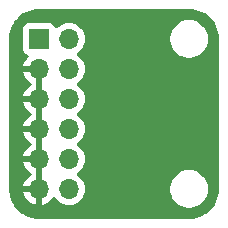
<source format=gbr>
%TF.GenerationSoftware,KiCad,Pcbnew,8.0.6-1.fc39*%
%TF.CreationDate,2024-10-31T14:54:44-07:00*%
%TF.ProjectId,IIS3DWB_eval,49495333-4457-4425-9f65-76616c2e6b69,rev?*%
%TF.SameCoordinates,Original*%
%TF.FileFunction,Copper,L2,Bot*%
%TF.FilePolarity,Positive*%
%FSLAX46Y46*%
G04 Gerber Fmt 4.6, Leading zero omitted, Abs format (unit mm)*
G04 Created by KiCad (PCBNEW 8.0.6-1.fc39) date 2024-10-31 14:54:44*
%MOMM*%
%LPD*%
G01*
G04 APERTURE LIST*
%TA.AperFunction,ComponentPad*%
%ADD10R,1.700000X1.700000*%
%TD*%
%TA.AperFunction,ComponentPad*%
%ADD11O,1.700000X1.700000*%
%TD*%
%TA.AperFunction,ViaPad*%
%ADD12C,0.600000*%
%TD*%
G04 APERTURE END LIST*
D10*
%TO.P,J1,1,Pin_1*%
%TO.N,+3V3*%
X147320000Y-88900000D03*
D11*
%TO.P,J1,2,Pin_2*%
%TO.N,INT1*%
X149860000Y-88900000D03*
%TO.P,J1,3,Pin_3*%
%TO.N,GND*%
X147320000Y-91440000D03*
%TO.P,J1,4,Pin_4*%
%TO.N,INT2*%
X149860000Y-91440000D03*
%TO.P,J1,5,Pin_5*%
%TO.N,GND*%
X147320000Y-93980000D03*
%TO.P,J1,6,Pin_6*%
%TO.N,CS*%
X149860000Y-93980000D03*
%TO.P,J1,7,Pin_7*%
%TO.N,GND*%
X147320000Y-96520000D03*
%TO.P,J1,8,Pin_8*%
%TO.N,SCK*%
X149860000Y-96520000D03*
%TO.P,J1,9,Pin_9*%
%TO.N,GND*%
X147320000Y-99060000D03*
%TO.P,J1,10,Pin_10*%
%TO.N,SDI*%
X149860000Y-99060000D03*
%TO.P,J1,11,Pin_11*%
%TO.N,GND*%
X147320000Y-101600000D03*
%TO.P,J1,12,Pin_12*%
%TO.N,SDO*%
X149860000Y-101600000D03*
%TD*%
D12*
%TO.N,GND*%
X155448000Y-94234000D03*
X153670000Y-97282000D03*
X156210000Y-93599000D03*
X153670000Y-94996000D03*
X156845000Y-93599000D03*
X154305000Y-97282000D03*
X155448000Y-94869000D03*
X153670000Y-95631000D03*
%TD*%
%TA.AperFunction,Conductor*%
%TO.N,GND*%
G36*
X147570000Y-101166988D02*
G01*
X147512993Y-101134075D01*
X147385826Y-101100000D01*
X147254174Y-101100000D01*
X147127007Y-101134075D01*
X147070000Y-101166988D01*
X147070000Y-99493012D01*
X147127007Y-99525925D01*
X147254174Y-99560000D01*
X147385826Y-99560000D01*
X147512993Y-99525925D01*
X147570000Y-99493012D01*
X147570000Y-101166988D01*
G37*
%TD.AperFunction*%
%TA.AperFunction,Conductor*%
G36*
X147570000Y-98626988D02*
G01*
X147512993Y-98594075D01*
X147385826Y-98560000D01*
X147254174Y-98560000D01*
X147127007Y-98594075D01*
X147070000Y-98626988D01*
X147070000Y-96953012D01*
X147127007Y-96985925D01*
X147254174Y-97020000D01*
X147385826Y-97020000D01*
X147512993Y-96985925D01*
X147570000Y-96953012D01*
X147570000Y-98626988D01*
G37*
%TD.AperFunction*%
%TA.AperFunction,Conductor*%
G36*
X147570000Y-96086988D02*
G01*
X147512993Y-96054075D01*
X147385826Y-96020000D01*
X147254174Y-96020000D01*
X147127007Y-96054075D01*
X147070000Y-96086988D01*
X147070000Y-94413012D01*
X147127007Y-94445925D01*
X147254174Y-94480000D01*
X147385826Y-94480000D01*
X147512993Y-94445925D01*
X147570000Y-94413012D01*
X147570000Y-96086988D01*
G37*
%TD.AperFunction*%
%TA.AperFunction,Conductor*%
G36*
X147570000Y-93546988D02*
G01*
X147512993Y-93514075D01*
X147385826Y-93480000D01*
X147254174Y-93480000D01*
X147127007Y-93514075D01*
X147070000Y-93546988D01*
X147070000Y-91873012D01*
X147127007Y-91905925D01*
X147254174Y-91940000D01*
X147385826Y-91940000D01*
X147512993Y-91905925D01*
X147570000Y-91873012D01*
X147570000Y-93546988D01*
G37*
%TD.AperFunction*%
%TA.AperFunction,Conductor*%
G36*
X160023471Y-86352695D02*
G01*
X160057390Y-86354599D01*
X160298286Y-86368128D01*
X160312085Y-86369682D01*
X160580004Y-86415204D01*
X160593561Y-86418298D01*
X160854697Y-86493530D01*
X160867823Y-86498123D01*
X161118891Y-86602119D01*
X161131405Y-86608145D01*
X161317563Y-86711031D01*
X161369256Y-86739601D01*
X161381030Y-86746999D01*
X161602659Y-86904253D01*
X161613531Y-86912923D01*
X161793225Y-87073507D01*
X161816162Y-87094004D01*
X161825995Y-87103837D01*
X162007076Y-87306468D01*
X162015746Y-87317340D01*
X162173000Y-87538969D01*
X162180398Y-87550743D01*
X162311850Y-87788587D01*
X162317883Y-87801115D01*
X162421876Y-88052177D01*
X162426469Y-88065302D01*
X162501701Y-88326438D01*
X162504795Y-88339995D01*
X162550315Y-88607903D01*
X162551872Y-88621721D01*
X162567305Y-88896527D01*
X162567500Y-88903480D01*
X162567500Y-101596519D01*
X162567305Y-101603472D01*
X162551872Y-101878278D01*
X162550315Y-101892096D01*
X162504795Y-102160004D01*
X162501701Y-102173561D01*
X162426469Y-102434697D01*
X162421876Y-102447822D01*
X162317883Y-102698884D01*
X162311850Y-102711412D01*
X162180398Y-102949256D01*
X162173000Y-102961030D01*
X162015746Y-103182659D01*
X162007076Y-103193531D01*
X161825995Y-103396162D01*
X161816162Y-103405995D01*
X161613531Y-103587076D01*
X161602659Y-103595746D01*
X161381030Y-103753000D01*
X161369256Y-103760398D01*
X161131412Y-103891850D01*
X161118884Y-103897883D01*
X160867822Y-104001876D01*
X160854697Y-104006469D01*
X160593561Y-104081701D01*
X160580004Y-104084795D01*
X160312096Y-104130315D01*
X160298278Y-104131872D01*
X160023472Y-104147305D01*
X160016519Y-104147500D01*
X147323481Y-104147500D01*
X147316528Y-104147305D01*
X147041721Y-104131872D01*
X147027903Y-104130315D01*
X146759995Y-104084795D01*
X146746438Y-104081701D01*
X146485302Y-104006469D01*
X146472177Y-104001876D01*
X146221115Y-103897883D01*
X146208587Y-103891850D01*
X145970743Y-103760398D01*
X145958969Y-103753000D01*
X145737340Y-103595746D01*
X145726468Y-103587076D01*
X145625152Y-103496535D01*
X145523835Y-103405993D01*
X145514004Y-103396162D01*
X145332923Y-103193531D01*
X145324253Y-103182659D01*
X145166999Y-102961030D01*
X145159601Y-102949256D01*
X145088605Y-102820798D01*
X145028145Y-102711405D01*
X145022119Y-102698891D01*
X144927758Y-102471082D01*
X144918123Y-102447822D01*
X144913530Y-102434697D01*
X144850059Y-102214383D01*
X144838297Y-102173559D01*
X144835204Y-102160004D01*
X144818835Y-102063663D01*
X144789682Y-101892085D01*
X144788128Y-101878286D01*
X144772695Y-101603471D01*
X144772500Y-101596519D01*
X144772500Y-88903480D01*
X144772695Y-88896528D01*
X144782290Y-88725673D01*
X144788128Y-88621711D01*
X144789682Y-88607916D01*
X144835204Y-88339990D01*
X144838298Y-88326438D01*
X144850058Y-88285621D01*
X144913531Y-88065298D01*
X144918123Y-88052177D01*
X144924515Y-88036745D01*
X144938851Y-88002135D01*
X145969500Y-88002135D01*
X145969500Y-89797870D01*
X145969501Y-89797876D01*
X145975908Y-89857483D01*
X146026202Y-89992328D01*
X146026206Y-89992335D01*
X146112452Y-90107544D01*
X146112455Y-90107547D01*
X146227664Y-90193793D01*
X146227671Y-90193797D01*
X146227674Y-90193798D01*
X146359598Y-90243002D01*
X146415531Y-90284873D01*
X146439949Y-90350337D01*
X146425098Y-90418610D01*
X146403947Y-90446865D01*
X146281886Y-90568926D01*
X146146400Y-90762420D01*
X146146399Y-90762422D01*
X146046570Y-90976507D01*
X146046567Y-90976513D01*
X145989364Y-91189999D01*
X145989364Y-91190000D01*
X146886988Y-91190000D01*
X146854075Y-91247007D01*
X146820000Y-91374174D01*
X146820000Y-91505826D01*
X146854075Y-91632993D01*
X146886988Y-91690000D01*
X145989364Y-91690000D01*
X146046567Y-91903486D01*
X146046570Y-91903492D01*
X146146399Y-92117578D01*
X146281894Y-92311082D01*
X146448917Y-92478105D01*
X146635031Y-92608425D01*
X146678656Y-92663003D01*
X146685848Y-92732501D01*
X146654326Y-92794856D01*
X146635031Y-92811575D01*
X146448922Y-92941890D01*
X146448920Y-92941891D01*
X146281891Y-93108920D01*
X146281886Y-93108926D01*
X146146400Y-93302420D01*
X146146399Y-93302422D01*
X146046570Y-93516507D01*
X146046567Y-93516513D01*
X145989364Y-93729999D01*
X145989364Y-93730000D01*
X146886988Y-93730000D01*
X146854075Y-93787007D01*
X146820000Y-93914174D01*
X146820000Y-94045826D01*
X146854075Y-94172993D01*
X146886988Y-94230000D01*
X145989364Y-94230000D01*
X146046567Y-94443486D01*
X146046570Y-94443492D01*
X146146399Y-94657578D01*
X146281894Y-94851082D01*
X146448917Y-95018105D01*
X146635031Y-95148425D01*
X146678656Y-95203003D01*
X146685848Y-95272501D01*
X146654326Y-95334856D01*
X146635031Y-95351575D01*
X146448922Y-95481890D01*
X146448920Y-95481891D01*
X146281891Y-95648920D01*
X146281886Y-95648926D01*
X146146400Y-95842420D01*
X146146399Y-95842422D01*
X146046570Y-96056507D01*
X146046567Y-96056513D01*
X145989364Y-96269999D01*
X145989364Y-96270000D01*
X146886988Y-96270000D01*
X146854075Y-96327007D01*
X146820000Y-96454174D01*
X146820000Y-96585826D01*
X146854075Y-96712993D01*
X146886988Y-96770000D01*
X145989364Y-96770000D01*
X146046567Y-96983486D01*
X146046570Y-96983492D01*
X146146399Y-97197578D01*
X146281894Y-97391082D01*
X146448917Y-97558105D01*
X146635031Y-97688425D01*
X146678656Y-97743003D01*
X146685848Y-97812501D01*
X146654326Y-97874856D01*
X146635031Y-97891575D01*
X146448922Y-98021890D01*
X146448920Y-98021891D01*
X146281891Y-98188920D01*
X146281886Y-98188926D01*
X146146400Y-98382420D01*
X146146399Y-98382422D01*
X146046570Y-98596507D01*
X146046567Y-98596513D01*
X145989364Y-98809999D01*
X145989364Y-98810000D01*
X146886988Y-98810000D01*
X146854075Y-98867007D01*
X146820000Y-98994174D01*
X146820000Y-99125826D01*
X146854075Y-99252993D01*
X146886988Y-99310000D01*
X145989364Y-99310000D01*
X146046567Y-99523486D01*
X146046570Y-99523492D01*
X146146399Y-99737578D01*
X146281894Y-99931082D01*
X146448917Y-100098105D01*
X146635031Y-100228425D01*
X146678656Y-100283003D01*
X146685848Y-100352501D01*
X146654326Y-100414856D01*
X146635031Y-100431575D01*
X146448922Y-100561890D01*
X146448920Y-100561891D01*
X146281891Y-100728920D01*
X146281886Y-100728926D01*
X146146400Y-100922420D01*
X146146399Y-100922422D01*
X146046570Y-101136507D01*
X146046567Y-101136513D01*
X145989364Y-101349999D01*
X145989364Y-101350000D01*
X146886988Y-101350000D01*
X146854075Y-101407007D01*
X146820000Y-101534174D01*
X146820000Y-101665826D01*
X146854075Y-101792993D01*
X146886988Y-101850000D01*
X145989364Y-101850000D01*
X146046567Y-102063486D01*
X146046570Y-102063492D01*
X146146399Y-102277578D01*
X146281894Y-102471082D01*
X146448917Y-102638105D01*
X146642421Y-102773600D01*
X146856507Y-102873429D01*
X146856516Y-102873433D01*
X147070000Y-102930634D01*
X147070000Y-102033012D01*
X147127007Y-102065925D01*
X147254174Y-102100000D01*
X147385826Y-102100000D01*
X147512993Y-102065925D01*
X147570000Y-102033012D01*
X147570000Y-102930633D01*
X147783483Y-102873433D01*
X147783492Y-102873429D01*
X147997578Y-102773600D01*
X148191082Y-102638105D01*
X148358105Y-102471082D01*
X148488119Y-102285405D01*
X148542696Y-102241781D01*
X148612195Y-102234588D01*
X148674549Y-102266110D01*
X148691269Y-102285405D01*
X148821505Y-102471401D01*
X148988599Y-102638495D01*
X148994532Y-102642649D01*
X149182165Y-102774032D01*
X149182167Y-102774033D01*
X149182170Y-102774035D01*
X149396337Y-102873903D01*
X149624592Y-102935063D01*
X149812918Y-102951539D01*
X149859999Y-102955659D01*
X149860000Y-102955659D01*
X149860001Y-102955659D01*
X149899234Y-102952226D01*
X150095408Y-102935063D01*
X150323663Y-102873903D01*
X150537830Y-102774035D01*
X150731401Y-102638495D01*
X150898495Y-102471401D01*
X151034035Y-102277830D01*
X151133903Y-102063663D01*
X151195063Y-101835408D01*
X151215659Y-101600000D01*
X151215354Y-101596519D01*
X151209894Y-101534108D01*
X151204638Y-101474038D01*
X158419500Y-101474038D01*
X158419500Y-101725962D01*
X158439146Y-101850000D01*
X158458910Y-101974785D01*
X158536760Y-102214383D01*
X158615413Y-102368747D01*
X158649016Y-102434697D01*
X158651132Y-102438848D01*
X158799201Y-102642649D01*
X158799205Y-102642654D01*
X158977345Y-102820794D01*
X158977350Y-102820798D01*
X159154159Y-102949256D01*
X159181155Y-102968870D01*
X159324184Y-103041747D01*
X159405616Y-103083239D01*
X159405618Y-103083239D01*
X159405621Y-103083241D01*
X159645215Y-103161090D01*
X159894038Y-103200500D01*
X159894039Y-103200500D01*
X160145961Y-103200500D01*
X160145962Y-103200500D01*
X160394785Y-103161090D01*
X160634379Y-103083241D01*
X160858845Y-102968870D01*
X161062656Y-102820793D01*
X161240793Y-102642656D01*
X161388870Y-102438845D01*
X161503241Y-102214379D01*
X161581090Y-101974785D01*
X161620500Y-101725962D01*
X161620500Y-101474038D01*
X161581090Y-101225215D01*
X161503241Y-100985621D01*
X161503239Y-100985618D01*
X161503239Y-100985616D01*
X161461747Y-100904184D01*
X161388870Y-100761155D01*
X161243817Y-100561506D01*
X161240798Y-100557350D01*
X161240794Y-100557345D01*
X161062654Y-100379205D01*
X161062649Y-100379201D01*
X160858848Y-100231132D01*
X160858847Y-100231131D01*
X160858845Y-100231130D01*
X160788747Y-100195413D01*
X160634383Y-100116760D01*
X160394785Y-100038910D01*
X160145962Y-99999500D01*
X159894038Y-99999500D01*
X159769626Y-100019205D01*
X159645214Y-100038910D01*
X159405616Y-100116760D01*
X159181151Y-100231132D01*
X158977350Y-100379201D01*
X158977345Y-100379205D01*
X158799205Y-100557345D01*
X158799201Y-100557350D01*
X158651132Y-100761151D01*
X158536760Y-100985616D01*
X158487788Y-101136337D01*
X158458910Y-101225215D01*
X158419500Y-101474038D01*
X151204638Y-101474038D01*
X151195063Y-101364592D01*
X151133903Y-101136337D01*
X151034035Y-100922171D01*
X151028731Y-100914595D01*
X150898494Y-100728597D01*
X150731402Y-100561506D01*
X150731396Y-100561501D01*
X150545842Y-100431575D01*
X150502217Y-100376998D01*
X150495023Y-100307500D01*
X150526546Y-100245145D01*
X150545842Y-100228425D01*
X150568026Y-100212891D01*
X150731401Y-100098495D01*
X150898495Y-99931401D01*
X151034035Y-99737830D01*
X151133903Y-99523663D01*
X151195063Y-99295408D01*
X151215659Y-99060000D01*
X151195063Y-98824592D01*
X151133903Y-98596337D01*
X151034035Y-98382171D01*
X151028731Y-98374595D01*
X150898494Y-98188597D01*
X150731402Y-98021506D01*
X150731396Y-98021501D01*
X150545842Y-97891575D01*
X150502217Y-97836998D01*
X150495023Y-97767500D01*
X150526546Y-97705145D01*
X150545842Y-97688425D01*
X150568026Y-97672891D01*
X150731401Y-97558495D01*
X150898495Y-97391401D01*
X151034035Y-97197830D01*
X151133903Y-96983663D01*
X151195063Y-96755408D01*
X151215659Y-96520000D01*
X151195063Y-96284592D01*
X151133903Y-96056337D01*
X151034035Y-95842171D01*
X151028731Y-95834595D01*
X150898494Y-95648597D01*
X150731402Y-95481506D01*
X150731396Y-95481501D01*
X150545842Y-95351575D01*
X150502217Y-95296998D01*
X150495023Y-95227500D01*
X150526546Y-95165145D01*
X150545842Y-95148425D01*
X150568026Y-95132891D01*
X150731401Y-95018495D01*
X150898495Y-94851401D01*
X151034035Y-94657830D01*
X151133903Y-94443663D01*
X151195063Y-94215408D01*
X151215659Y-93980000D01*
X151195063Y-93744592D01*
X151133903Y-93516337D01*
X151034035Y-93302171D01*
X151028731Y-93294595D01*
X150898494Y-93108597D01*
X150731402Y-92941506D01*
X150731396Y-92941501D01*
X150545842Y-92811575D01*
X150502217Y-92756998D01*
X150495023Y-92687500D01*
X150526546Y-92625145D01*
X150545842Y-92608425D01*
X150568026Y-92592891D01*
X150731401Y-92478495D01*
X150898495Y-92311401D01*
X151034035Y-92117830D01*
X151133903Y-91903663D01*
X151195063Y-91675408D01*
X151215659Y-91440000D01*
X151195063Y-91204592D01*
X151133903Y-90976337D01*
X151034035Y-90762171D01*
X151028731Y-90754595D01*
X150898494Y-90568597D01*
X150731402Y-90401506D01*
X150731396Y-90401501D01*
X150545842Y-90271575D01*
X150502217Y-90216998D01*
X150495023Y-90147500D01*
X150526546Y-90085145D01*
X150545842Y-90068425D01*
X150568026Y-90052891D01*
X150731401Y-89938495D01*
X150898495Y-89771401D01*
X151034035Y-89577830D01*
X151133903Y-89363663D01*
X151195063Y-89135408D01*
X151215659Y-88900000D01*
X151204639Y-88774038D01*
X158419500Y-88774038D01*
X158419500Y-89025962D01*
X158458910Y-89274785D01*
X158536760Y-89514383D01*
X158651132Y-89738848D01*
X158799201Y-89942649D01*
X158799205Y-89942654D01*
X158977345Y-90120794D01*
X158977350Y-90120798D01*
X159077827Y-90193798D01*
X159181155Y-90268870D01*
X159273359Y-90315850D01*
X159405616Y-90383239D01*
X159405618Y-90383239D01*
X159405621Y-90383241D01*
X159645215Y-90461090D01*
X159894038Y-90500500D01*
X159894039Y-90500500D01*
X160145961Y-90500500D01*
X160145962Y-90500500D01*
X160394785Y-90461090D01*
X160634379Y-90383241D01*
X160858845Y-90268870D01*
X161062656Y-90120793D01*
X161240793Y-89942656D01*
X161388870Y-89738845D01*
X161503241Y-89514379D01*
X161581090Y-89274785D01*
X161620500Y-89025962D01*
X161620500Y-88774038D01*
X161581090Y-88525215D01*
X161503241Y-88285621D01*
X161503239Y-88285618D01*
X161503239Y-88285616D01*
X161461747Y-88204184D01*
X161388870Y-88061155D01*
X161345990Y-88002135D01*
X161240798Y-87857350D01*
X161240794Y-87857345D01*
X161062654Y-87679205D01*
X161062649Y-87679201D01*
X160858848Y-87531132D01*
X160858847Y-87531131D01*
X160858845Y-87531130D01*
X160788747Y-87495413D01*
X160634383Y-87416760D01*
X160394785Y-87338910D01*
X160258598Y-87317340D01*
X160145962Y-87299500D01*
X159894038Y-87299500D01*
X159781402Y-87317340D01*
X159645214Y-87338910D01*
X159405616Y-87416760D01*
X159181151Y-87531132D01*
X158977350Y-87679201D01*
X158977345Y-87679205D01*
X158799205Y-87857345D01*
X158799201Y-87857350D01*
X158651132Y-88061151D01*
X158536760Y-88285616D01*
X158487788Y-88436337D01*
X158458910Y-88525215D01*
X158419500Y-88774038D01*
X151204639Y-88774038D01*
X151195063Y-88664592D01*
X151133903Y-88436337D01*
X151034035Y-88222171D01*
X150915005Y-88052177D01*
X150898494Y-88028597D01*
X150731402Y-87861506D01*
X150731395Y-87861501D01*
X150537834Y-87725967D01*
X150537830Y-87725965D01*
X150537828Y-87725964D01*
X150323663Y-87626097D01*
X150323659Y-87626096D01*
X150323655Y-87626094D01*
X150095413Y-87564938D01*
X150095403Y-87564936D01*
X149860001Y-87544341D01*
X149859999Y-87544341D01*
X149624596Y-87564936D01*
X149624586Y-87564938D01*
X149396344Y-87626094D01*
X149396335Y-87626098D01*
X149182171Y-87725964D01*
X149182169Y-87725965D01*
X148988600Y-87861503D01*
X148866673Y-87983430D01*
X148805350Y-88016914D01*
X148735658Y-88011930D01*
X148679725Y-87970058D01*
X148662810Y-87939081D01*
X148613797Y-87807671D01*
X148613793Y-87807664D01*
X148527547Y-87692455D01*
X148527544Y-87692452D01*
X148412335Y-87606206D01*
X148412328Y-87606202D01*
X148277482Y-87555908D01*
X148277483Y-87555908D01*
X148217883Y-87549501D01*
X148217881Y-87549500D01*
X148217873Y-87549500D01*
X148217864Y-87549500D01*
X146422129Y-87549500D01*
X146422123Y-87549501D01*
X146362516Y-87555908D01*
X146227671Y-87606202D01*
X146227664Y-87606206D01*
X146112455Y-87692452D01*
X146112452Y-87692455D01*
X146026206Y-87807664D01*
X146026202Y-87807671D01*
X145975908Y-87942517D01*
X145969501Y-88002116D01*
X145969500Y-88002135D01*
X144938851Y-88002135D01*
X145022122Y-87801101D01*
X145028142Y-87788601D01*
X145159604Y-87550737D01*
X145166999Y-87538969D01*
X145172560Y-87531132D01*
X145324260Y-87317330D01*
X145332916Y-87306476D01*
X145514014Y-87103826D01*
X145523826Y-87094014D01*
X145726476Y-86912916D01*
X145737330Y-86904260D01*
X145958974Y-86746995D01*
X145970737Y-86739604D01*
X146208601Y-86608142D01*
X146221101Y-86602122D01*
X146472181Y-86498121D01*
X146485298Y-86493531D01*
X146746443Y-86418296D01*
X146759990Y-86415204D01*
X147027916Y-86369682D01*
X147041711Y-86368128D01*
X147285481Y-86354438D01*
X147316529Y-86352695D01*
X147323481Y-86352500D01*
X147385892Y-86352500D01*
X159954108Y-86352500D01*
X160016519Y-86352500D01*
X160023471Y-86352695D01*
G37*
%TD.AperFunction*%
%TD*%
M02*

</source>
